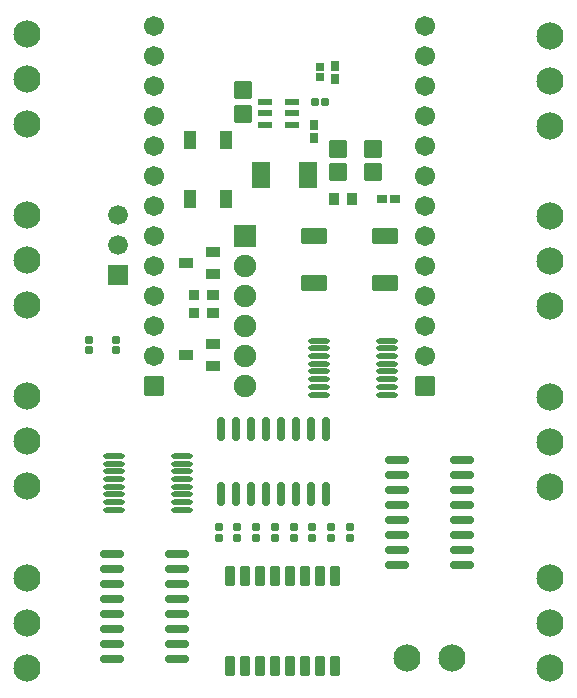
<source format=gts>
G04 Layer: TopSolderMaskLayer*
G04 EasyEDA v6.5.38, 2023-11-28 08:19:45*
G04 5b7e501a1e2443daa6a4fc3441366d2c,52c161dc85b4440087471843f8ea1cfe,10*
G04 Gerber Generator version 0.2*
G04 Scale: 100 percent, Rotated: No, Reflected: No *
G04 Dimensions in millimeters *
G04 leading zeros omitted , absolute positions ,4 integer and 5 decimal *
%FSLAX45Y45*%
%MOMM*%

%AMMACRO1*1,1,$1,$2,$3*1,1,$1,$4,$5*1,1,$1,0-$2,0-$3*1,1,$1,0-$4,0-$5*20,1,$1,$2,$3,$4,$5,0*20,1,$1,$4,$5,0-$2,0-$3,0*20,1,$1,0-$2,0-$3,0-$4,0-$5,0*20,1,$1,0-$4,0-$5,$2,$3,0*4,1,4,$2,$3,$4,$5,0-$2,0-$3,0-$4,0-$5,$2,$3,0*%
%ADD10MACRO1,0.1016X0.8X-0.8X0.8X0.8*%
%ADD11C,1.7016*%
%ADD12C,1.6764*%
%ADD13R,1.6764X1.6764*%
%ADD14MACRO1,0.1016X-0.27X0.2828X0.27X0.2828*%
%ADD15MACRO1,0.1016X-0.27X-0.2828X0.27X-0.2828*%
%ADD16C,2.3016*%
%ADD17O,2.0725892000000004X0.7036053999999999*%
%ADD18O,1.8330926000000003X0.4446016*%
%ADD19O,0.7036053999999999X2.0725892000000004*%
%ADD20MACRO1,0.1016X-0.4991X-0.7493X-0.4991X0.7493*%
%ADD21MACRO1,0.1016X-0.4991X-0.7506X-0.4991X0.7506*%
%ADD22MACRO1,0.1016X-0.395X-0.27X-0.395X0.27*%
%ADD23MACRO1,0.1016X0.395X-0.27X0.395X0.27*%
%ADD24R,1.1736X0.6336*%
%ADD25R,0.6416X0.8917*%
%ADD26MACRO1,0.1016X-0.7X1.06X0.7X1.06*%
%ADD27R,0.6416X0.6673*%
%ADD28MACRO1,0.1016X0.2828X0.27X0.2828X-0.27*%
%ADD29MACRO1,0.1016X-0.2828X0.27X-0.2828X-0.27*%
%ADD30MACRO1,0.1016X-0.675X0.705X0.675X0.705*%
%ADD31MACRO1,0.1016X-0.675X-0.705X0.675X-0.705*%
%ADD32MACRO1,0.1016X0.38X0.8X-0.38X0.8*%
%ADD33C,1.9016*%
%ADD34MACRO1,0.1016X0.9X0.9X0.9X-0.9*%
%ADD35MACRO1,0.1016X1.05X-0.6X-1.05X-0.6*%
%ADD36MACRO1,0.1016X0.4032X0.432X0.4032X-0.432*%
%ADD37MACRO1,0.1016X-0.4032X0.432X-0.4032X-0.432*%
%ADD38MACRO1,0.1016X0.5X-0.4X-0.5X-0.4*%
%ADD39MACRO1,0.1016X-0.432X0.4032X0.432X0.4032*%
%ADD40MACRO1,0.1016X-0.432X-0.4032X0.432X-0.4032*%
%ADD41R,0.9656X0.9081*%
%ADD42R,0.0100X0.9081*%

%LPD*%
D10*
G01*
X10599978Y10745975D03*
D11*
G01*
X10599978Y10999978D03*
G01*
X10599978Y11253978D03*
G01*
X10599978Y11507978D03*
G01*
X10599978Y11761978D03*
G01*
X10599978Y12015978D03*
G01*
X10599978Y12269978D03*
G01*
X10599978Y12523978D03*
G01*
X10599978Y12777978D03*
G01*
X10599978Y13031978D03*
G01*
X10599978Y13285978D03*
G01*
X10599978Y13539978D03*
G01*
X10599978Y13793978D03*
D10*
G01*
X8299983Y10745975D03*
D11*
G01*
X8299983Y10999978D03*
G01*
X8299983Y11253978D03*
G01*
X8299983Y11507978D03*
G01*
X8299983Y11761978D03*
G01*
X8299983Y12015978D03*
G01*
X8299983Y12269978D03*
G01*
X8299983Y12523978D03*
G01*
X8299983Y12777978D03*
G01*
X8299983Y13031978D03*
G01*
X8299983Y13285978D03*
G01*
X8299983Y13539978D03*
G01*
X8299983Y13793978D03*
D12*
G01*
X7994980Y12193981D03*
G01*
X7994980Y11939981D03*
D13*
G01*
X7994980Y11685981D03*
D14*
G01*
X7979984Y11056694D03*
D15*
G01*
X7979984Y11143260D03*
D14*
G01*
X7754985Y11056694D03*
D15*
G01*
X7754985Y11143260D03*
D16*
G01*
X7229983Y13730960D03*
G01*
X7229983Y13349960D03*
G01*
X7229983Y12968960D03*
G01*
X7229983Y12195962D03*
G01*
X7229983Y11814962D03*
G01*
X7229983Y11433962D03*
G01*
X7229983Y10660964D03*
G01*
X7229983Y10279964D03*
G01*
X7229983Y9898964D03*
G01*
X7229983Y9125991D03*
G01*
X7229983Y8744991D03*
G01*
X7229983Y8363991D03*
G01*
X11654967Y8363991D03*
G01*
X11654967Y8744991D03*
G01*
X11654967Y9125991D03*
G01*
X11654967Y9893985D03*
G01*
X11654967Y10274985D03*
G01*
X11654967Y10655985D03*
G01*
X11654993Y11423980D03*
G01*
X11654993Y11804980D03*
G01*
X11654993Y12185980D03*
G01*
X11654967Y12953974D03*
G01*
X11654967Y13334974D03*
G01*
X11654967Y13715974D03*
G01*
X10444479Y8444992D03*
G01*
X10825479Y8444992D03*
D17*
G01*
X7946415Y9324492D03*
G01*
X7946415Y9197492D03*
G01*
X7946415Y9070492D03*
G01*
X7946415Y8943492D03*
G01*
X7946415Y8816492D03*
G01*
X7946415Y8689492D03*
G01*
X7946415Y8562492D03*
G01*
X7946415Y8435492D03*
G01*
X8493531Y9324492D03*
G01*
X8493531Y9197492D03*
G01*
X8493531Y9070492D03*
G01*
X8493531Y8943492D03*
G01*
X8493531Y8816492D03*
G01*
X8493531Y8689492D03*
G01*
X8493531Y8562492D03*
G01*
X8493531Y8435492D03*
G01*
X10908538Y9230487D03*
G01*
X10908538Y9357487D03*
G01*
X10908538Y9484487D03*
G01*
X10908538Y9611487D03*
G01*
X10908538Y9738487D03*
G01*
X10908538Y9865487D03*
G01*
X10908538Y9992487D03*
G01*
X10908538Y10119487D03*
G01*
X10361422Y9230487D03*
G01*
X10361422Y9357487D03*
G01*
X10361422Y9484487D03*
G01*
X10361422Y9611487D03*
G01*
X10361422Y9738487D03*
G01*
X10361422Y9865487D03*
G01*
X10361422Y9992487D03*
G01*
X10361422Y10119487D03*
D18*
G01*
X7963408Y10157485D03*
G01*
X7963408Y10092486D03*
G01*
X7963408Y10027488D03*
G01*
X7963408Y9962464D03*
G01*
X7963408Y9897465D03*
G01*
X7963408Y9832467D03*
G01*
X7963408Y9767468D03*
G01*
X7963408Y9702469D03*
G01*
X8536559Y10157485D03*
G01*
X8536559Y10092486D03*
G01*
X8536559Y10027488D03*
G01*
X8536559Y9962464D03*
G01*
X8536559Y9897465D03*
G01*
X8536559Y9832467D03*
G01*
X8536559Y9767468D03*
G01*
X8536559Y9702469D03*
G01*
X10276560Y10677474D03*
G01*
X10276560Y10742472D03*
G01*
X10276560Y10807471D03*
G01*
X10276560Y10872495D03*
G01*
X10276560Y10937494D03*
G01*
X10276560Y11002492D03*
G01*
X10276560Y11067491D03*
G01*
X10276560Y11132489D03*
G01*
X9703409Y10677474D03*
G01*
X9703409Y10742472D03*
G01*
X9703409Y10807471D03*
G01*
X9703409Y10872495D03*
G01*
X9703409Y10937494D03*
G01*
X9703409Y11002492D03*
G01*
X9703409Y11067491D03*
G01*
X9703409Y11132489D03*
D19*
G01*
X8870492Y9836429D03*
G01*
X8997492Y9836429D03*
G01*
X9124492Y9836429D03*
G01*
X9251492Y9836429D03*
G01*
X9378492Y9836429D03*
G01*
X9505492Y9836429D03*
G01*
X9632492Y9836429D03*
G01*
X9759492Y9836429D03*
G01*
X8870492Y10383545D03*
G01*
X8997492Y10383545D03*
G01*
X9124492Y10383545D03*
G01*
X9251492Y10383545D03*
G01*
X9378492Y10383545D03*
G01*
X9505492Y10383545D03*
G01*
X9632492Y10383545D03*
G01*
X9759492Y10383545D03*
D14*
G01*
X8849982Y9466698D03*
D15*
G01*
X8849982Y9553263D03*
D14*
G01*
X9008546Y9466695D03*
D15*
G01*
X9008546Y9553261D03*
D14*
G01*
X9167116Y9466695D03*
D15*
G01*
X9167116Y9553261D03*
D14*
G01*
X9325681Y9466695D03*
D15*
G01*
X9325681Y9553261D03*
D14*
G01*
X9484255Y9466698D03*
D15*
G01*
X9484255Y9553263D03*
D14*
G01*
X9642828Y9466698D03*
D15*
G01*
X9642828Y9553263D03*
D14*
G01*
X9801405Y9466698D03*
D15*
G01*
X9801405Y9553263D03*
D14*
G01*
X9959980Y9466698D03*
D15*
G01*
X9959980Y9553263D03*
D20*
G01*
X8609995Y12334974D03*
G01*
X8909969Y12334974D03*
D21*
G01*
X8909969Y12834973D03*
G01*
X8609995Y12834973D03*
D22*
G01*
X10344485Y12329975D03*
D23*
G01*
X10235473Y12329975D03*
D24*
G01*
X9472168Y12962585D03*
G01*
X9472168Y13057581D03*
G01*
X9472168Y13152577D03*
G01*
X9242348Y13152577D03*
G01*
X9242348Y13057581D03*
G01*
X9242348Y12962585D03*
D25*
G01*
X9832263Y13462101D03*
G01*
X9832263Y13353084D03*
D26*
G01*
X9610068Y12532592D03*
G01*
X9204458Y12532592D03*
D27*
G01*
X9707270Y13450874D03*
G01*
X9707270Y13364311D03*
D28*
G01*
X9663979Y13157593D03*
D29*
G01*
X9750545Y13157593D03*
D25*
G01*
X9657257Y12962102D03*
G01*
X9657257Y12853085D03*
D30*
G01*
X9059981Y13054970D03*
D31*
G01*
X9059981Y13254974D03*
D30*
G01*
X9857262Y12557592D03*
D31*
G01*
X9857262Y12757597D03*
D30*
G01*
X10154980Y12559972D03*
D31*
G01*
X10154980Y12759977D03*
D32*
G01*
X9834479Y9141477D03*
G01*
X9707479Y9141477D03*
G01*
X9580479Y9141477D03*
G01*
X9453479Y9141477D03*
G01*
X9326479Y9141477D03*
G01*
X9199479Y9141477D03*
G01*
X9072479Y9141477D03*
G01*
X8945479Y9141477D03*
G01*
X9834479Y8378487D03*
G01*
X9707479Y8378487D03*
G01*
X9580479Y8378487D03*
G01*
X9453479Y8378487D03*
G01*
X9326479Y8378487D03*
G01*
X9199479Y8378487D03*
G01*
X9072479Y8378487D03*
G01*
X8945479Y8378487D03*
D33*
G01*
X9074988Y10749991D03*
G01*
X9074988Y11003991D03*
G01*
X9074988Y11257991D03*
G01*
X9074988Y11511991D03*
G01*
X9074988Y11765991D03*
D34*
G01*
X9074985Y12019973D03*
D35*
G01*
X9659976Y12019978D03*
G01*
X10259976Y12019978D03*
G01*
X9659976Y11619979D03*
G01*
X10259976Y11619979D03*
D36*
G01*
X9824655Y12329975D03*
D37*
G01*
X9975305Y12329975D03*
D38*
G01*
X8799987Y11104976D03*
G01*
X8569985Y11009980D03*
G01*
X8799984Y10914974D03*
G01*
X8799984Y11884974D03*
G01*
X8569982Y11789978D03*
G01*
X8799982Y11694972D03*
D39*
G01*
X8804981Y11369650D03*
D40*
G01*
X8804981Y11520300D03*
D41*
G01*
X8639987Y11520296D03*
G01*
X8639987Y11369649D03*
M02*

</source>
